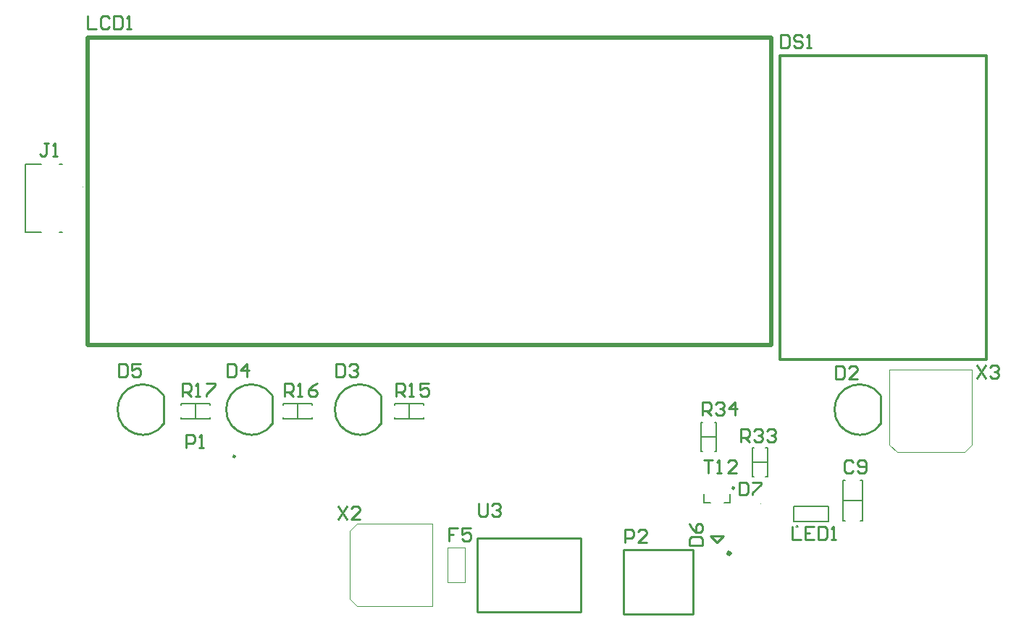
<source format=gbr>
%TF.GenerationSoftware,Altium Limited,Altium Designer,18.1.9 (240)*%
G04 Layer_Color=65535*
%FSLAX26Y26*%
%MOIN*%
%TF.FileFunction,Legend,Top*%
%TF.Part,Single*%
G01*
G75*
%TA.AperFunction,NonConductor*%
%ADD28C,0.003937*%
%ADD53C,0.009842*%
%ADD55C,0.007874*%
%ADD56C,0.010000*%
%ADD57C,0.005906*%
%ADD87C,0.019685*%
%ADD88C,0.011811*%
G36*
X3564876Y65632D02*
X3564820Y65576D01*
X3564765Y65465D01*
X3564598Y65299D01*
X3564376Y65021D01*
X3563877Y64355D01*
X3563211Y63578D01*
X3562489Y62746D01*
X3561768Y61969D01*
X3561102Y61247D01*
X3560824Y60914D01*
X3560547Y60692D01*
X3560602D01*
X3560713Y60637D01*
X3560880D01*
X3561102Y60581D01*
X3561435Y60526D01*
X3561768Y60415D01*
X3562600Y60248D01*
X3563599Y60026D01*
X3564654Y59804D01*
X3566929Y59194D01*
X3565764Y55475D01*
X3565708D01*
X3565597Y55531D01*
X3565375Y55642D01*
X3565098Y55697D01*
X3564765Y55864D01*
X3564321Y56030D01*
X3563433Y56363D01*
X3562434Y56752D01*
X3561435Y57196D01*
X3560491Y57640D01*
X3559714Y58028D01*
Y57973D01*
Y57806D01*
X3559770Y57584D01*
Y57251D01*
X3559825Y56863D01*
X3559881Y56419D01*
X3559936Y55420D01*
X3560047Y54365D01*
X3560158Y53255D01*
X3560214Y52312D01*
Y51868D01*
Y51479D01*
X3556440D01*
Y51535D01*
Y51590D01*
Y51757D01*
Y51923D01*
X3556495Y52534D01*
X3556551Y53255D01*
X3556662Y54199D01*
X3556717Y55364D01*
X3556884Y56641D01*
X3557050Y58028D01*
X3556995D01*
X3556939Y57973D01*
X3556773Y57917D01*
X3556551Y57806D01*
X3555996Y57529D01*
X3555274Y57196D01*
X3554386Y56807D01*
X3553332Y56363D01*
X3552166Y55919D01*
X3550890Y55475D01*
X3549669Y59194D01*
X3549724D01*
X3549835Y59249D01*
X3550002Y59305D01*
X3550224Y59360D01*
X3550557Y59471D01*
X3550890Y59582D01*
X3551722Y59804D01*
X3552721Y60026D01*
X3553831Y60304D01*
X3554997Y60526D01*
X3556218Y60692D01*
X3556162Y60748D01*
X3555940Y60970D01*
X3555552Y61303D01*
X3555052Y61802D01*
X3554386Y62524D01*
X3553665Y63356D01*
X3552721Y64411D01*
X3551722Y65632D01*
X3554830Y67796D01*
X3554886Y67685D01*
X3555108Y67408D01*
X3555441Y66964D01*
X3555885Y66353D01*
X3556384Y65521D01*
X3556995Y64577D01*
X3557716Y63467D01*
X3558438Y62246D01*
Y62302D01*
X3558493Y62413D01*
X3558604Y62579D01*
X3558771Y62857D01*
X3559104Y63523D01*
X3559548Y64300D01*
X3560103Y65188D01*
X3560658Y66131D01*
X3561268Y67019D01*
X3561823Y67796D01*
X3564876Y65632D01*
D02*
G37*
D28*
X270654Y1622716D02*
G03*
X270654Y1622716I-1968J0D01*
G01*
X3389764Y162401D02*
G03*
X3389764Y162401I-1968J0D01*
G01*
X3983386Y434961D02*
X4018150Y400197D01*
X4328386D01*
X4363228Y435039D01*
Y780118D01*
X3983307D02*
X4363228D01*
X3983386Y434961D02*
Y780039D01*
X1498622Y36968D02*
X1533386Y71732D01*
X1498622Y-273268D02*
Y36968D01*
Y-273268D02*
X1533465Y-308110D01*
X1878543D01*
Y71811D01*
X1533386Y71732D02*
X1878465D01*
X1998032Y-39370D02*
X2027559D01*
Y-196850D02*
Y-39370D01*
X1948819Y-196850D02*
X2027559D01*
X1948819D02*
Y-39370D01*
X1998032D01*
D53*
X971063Y381890D02*
G03*
X971063Y381890I-4921J0D01*
G01*
X3268701Y236220D02*
G03*
X3268701Y236220I-4921J0D01*
G01*
X3940984Y532362D02*
Y662362D01*
X1640984Y532362D02*
Y662362D01*
X1140984Y532362D02*
Y662362D01*
X640984Y532362D02*
Y662362D01*
D55*
X162401Y1414055D02*
X174213D01*
X4921D02*
Y1729016D01*
Y1414055D02*
X79724D01*
X4921Y1729016D02*
X79724D01*
X162401D02*
X174213D01*
X3542047Y83110D02*
X3703071D01*
X3542047D02*
Y153110D01*
X3703071D01*
Y83110D02*
Y153110D01*
X3129921Y169291D02*
X3157480D01*
X3129921D02*
Y208661D01*
X3220472Y169291D02*
X3248032D01*
Y208661D01*
D56*
X3941122Y663978D02*
G03*
X3941122Y530746I-95138J-66616D01*
G01*
X1641122Y663978D02*
G03*
X1641122Y530746I-95138J-66616D01*
G01*
X1141122Y663978D02*
G03*
X1141122Y530746I-95138J-66616D01*
G01*
X641122Y663978D02*
G03*
X641122Y530746I-95138J-66616D01*
G01*
X3158976Y15000D02*
X3213976D01*
X3158976D02*
X3188976Y-15000D01*
X3218976Y15000D01*
X3213976D02*
X3218976D01*
X2759449Y-49606D02*
X3078740D01*
X2759449Y-344094D02*
X3078740D01*
Y-49606D01*
X2759449Y-344094D02*
Y-49606D01*
X2120276Y3937D02*
X2182874D01*
X2268504D01*
X2086614D02*
X2120276D01*
X2377165D02*
X2562992D01*
X2086614Y-336221D02*
Y3937D01*
X2268504D02*
X2377165D01*
X2562992Y-336221D02*
Y3937D01*
X2086614Y-336221D02*
X2562992D01*
X2764146Y-14350D02*
Y45630D01*
X2794136D01*
X2804133Y35633D01*
Y15640D01*
X2794136Y5643D01*
X2764146D01*
X2864113Y-14350D02*
X2824126D01*
X2864113Y25637D01*
Y35633D01*
X2854117Y45630D01*
X2834123D01*
X2824126Y35633D01*
X4385827Y800138D02*
X4425814Y740158D01*
Y800138D02*
X4385827Y740158D01*
X4445807Y790141D02*
X4455804Y800138D01*
X4475798D01*
X4485794Y790141D01*
Y780145D01*
X4475798Y770148D01*
X4465801D01*
X4475798D01*
X4485794Y760151D01*
Y750154D01*
X4475798Y740158D01*
X4455804D01*
X4445807Y750154D01*
X1444882Y150532D02*
X1484869Y90551D01*
Y150532D02*
X1444882Y90551D01*
X1544850D02*
X1504862D01*
X1544850Y130538D01*
Y140535D01*
X1534853Y150532D01*
X1514859D01*
X1504862Y140535D01*
X2091181Y164744D02*
Y114760D01*
X2101178Y104764D01*
X2121171D01*
X2131168Y114760D01*
Y164744D01*
X2151162Y154748D02*
X2161159Y164744D01*
X2181152D01*
X2191149Y154748D01*
Y144751D01*
X2181152Y134754D01*
X2171155D01*
X2181152D01*
X2191149Y124757D01*
Y114760D01*
X2181152Y104764D01*
X2161159D01*
X2151162Y114760D01*
X3129339Y363910D02*
X3169326D01*
X3149333D01*
Y303929D01*
X3189320D02*
X3209313D01*
X3199316D01*
Y363910D01*
X3189320Y353913D01*
X3279291Y303929D02*
X3239303D01*
X3279291Y343916D01*
Y353913D01*
X3269294Y363910D01*
X3249300D01*
X3239303Y353913D01*
X3121106Y571941D02*
Y631922D01*
X3151097D01*
X3161093Y621925D01*
Y601931D01*
X3151097Y591934D01*
X3121106D01*
X3141100D02*
X3161093Y571941D01*
X3181087Y621925D02*
X3191084Y631922D01*
X3211077D01*
X3221074Y621925D01*
Y611928D01*
X3211077Y601931D01*
X3201080D01*
X3211077D01*
X3221074Y591934D01*
Y581938D01*
X3211077Y571941D01*
X3191084D01*
X3181087Y581938D01*
X3271058Y571941D02*
Y631922D01*
X3241068Y601931D01*
X3281055D01*
X3297835Y449016D02*
Y508996D01*
X3327825D01*
X3337822Y499000D01*
Y479006D01*
X3327825Y469009D01*
X3297835D01*
X3317828D02*
X3337822Y449016D01*
X3357815Y499000D02*
X3367812Y508996D01*
X3387806D01*
X3397802Y499000D01*
Y489003D01*
X3387806Y479006D01*
X3377809D01*
X3387806D01*
X3397802Y469009D01*
Y459013D01*
X3387806Y449016D01*
X3367812D01*
X3357815Y459013D01*
X3417796Y499000D02*
X3427793Y508996D01*
X3447786D01*
X3457783Y499000D01*
Y489003D01*
X3447786Y479006D01*
X3437789D01*
X3447786D01*
X3457783Y469009D01*
Y459013D01*
X3447786Y449016D01*
X3427793D01*
X3417796Y459013D01*
X727496Y659039D02*
Y719020D01*
X757487D01*
X767484Y709023D01*
Y689030D01*
X757487Y679033D01*
X727496D01*
X747490D02*
X767484Y659039D01*
X787477D02*
X807471D01*
X797474D01*
Y719020D01*
X787477Y709023D01*
X837461Y719020D02*
X877448D01*
Y709023D01*
X837461Y669036D01*
Y659039D01*
X1200342Y659051D02*
Y719032D01*
X1230333D01*
X1240330Y709035D01*
Y689042D01*
X1230333Y679045D01*
X1200342D01*
X1220336D02*
X1240330Y659051D01*
X1260323D02*
X1280317D01*
X1270320D01*
Y719032D01*
X1260323Y709035D01*
X1350294Y719032D02*
X1330300Y709035D01*
X1310307Y689042D01*
Y669048D01*
X1320304Y659051D01*
X1340297D01*
X1350294Y669048D01*
Y679045D01*
X1340297Y689042D01*
X1310307D01*
X1712153Y659051D02*
Y719032D01*
X1742144D01*
X1752141Y709035D01*
Y689042D01*
X1742144Y679045D01*
X1712153D01*
X1732147D02*
X1752141Y659051D01*
X1772134D02*
X1792128D01*
X1782131D01*
Y719032D01*
X1772134Y709035D01*
X1862105Y719032D02*
X1822118D01*
Y689042D01*
X1842111Y699038D01*
X1852108D01*
X1862105Y689042D01*
Y669048D01*
X1852108Y659051D01*
X1832115D01*
X1822118Y669048D01*
X746567Y421606D02*
Y481587D01*
X776557D01*
X786554Y471590D01*
Y451596D01*
X776557Y441600D01*
X746567D01*
X806548Y421606D02*
X826541D01*
X816544D01*
Y481587D01*
X806548Y471590D01*
X3534449Y59980D02*
Y-0D01*
X3574436D01*
X3634417Y59980D02*
X3594430D01*
Y-0D01*
X3634417D01*
X3594430Y29990D02*
X3614423D01*
X3654410Y59980D02*
Y-0D01*
X3684400D01*
X3694397Y9997D01*
Y49984D01*
X3684400Y59980D01*
X3654410D01*
X3714391Y-0D02*
X3734384D01*
X3724387D01*
Y59980D01*
X3714391Y49984D01*
X291000Y2411485D02*
Y2351504D01*
X330987D01*
X390968Y2401488D02*
X380971Y2411485D01*
X360977D01*
X350981Y2401488D01*
Y2361501D01*
X360977Y2351504D01*
X380971D01*
X390968Y2361501D01*
X410961Y2411485D02*
Y2351504D01*
X440952D01*
X450948Y2361501D01*
Y2401488D01*
X440952Y2411485D01*
X410961D01*
X470942Y2351504D02*
X490935D01*
X480939D01*
Y2411485D01*
X470942Y2401488D01*
X113570Y1825689D02*
X93576D01*
X103573D01*
Y1775706D01*
X93576Y1765709D01*
X83579D01*
X73583Y1775706D01*
X133563Y1765709D02*
X153557D01*
X143560D01*
Y1825689D01*
X133563Y1815693D01*
X1996483Y52296D02*
X1956496D01*
Y22305D01*
X1976490D01*
X1956496D01*
Y-7685D01*
X2056464Y52296D02*
X2016477D01*
Y22305D01*
X2036470Y32302D01*
X2046467D01*
X2056464Y22305D01*
Y2312D01*
X2046467Y-7685D01*
X2026474D01*
X2016477Y2312D01*
X3481000Y2325485D02*
Y2265504D01*
X3510990D01*
X3520987Y2275501D01*
Y2315488D01*
X3510990Y2325485D01*
X3481000D01*
X3580968Y2315488D02*
X3570971Y2325485D01*
X3550977D01*
X3540981Y2315488D01*
Y2305491D01*
X3550977Y2295494D01*
X3570971D01*
X3580968Y2285497D01*
Y2275501D01*
X3570971Y2265504D01*
X3550977D01*
X3540981Y2275501D01*
X3600961Y2265504D02*
X3620955D01*
X3610958D01*
Y2325485D01*
X3600961Y2315488D01*
X3292780Y263398D02*
Y203417D01*
X3322770D01*
X3332767Y213414D01*
Y253401D01*
X3322770Y263398D01*
X3292780D01*
X3352760D02*
X3392747D01*
Y253401D01*
X3352760Y213414D01*
Y203417D01*
X3062067Y-27559D02*
X3122047D01*
Y2431D01*
X3112050Y12428D01*
X3072063D01*
X3062067Y2431D01*
Y-27559D01*
Y72409D02*
X3072063Y52415D01*
X3092057Y32422D01*
X3112050D01*
X3122047Y42418D01*
Y62412D01*
X3112050Y72409D01*
X3102054D01*
X3092057Y62412D01*
Y32422D01*
X435000Y808485D02*
Y748504D01*
X464990D01*
X474987Y758501D01*
Y798488D01*
X464990Y808485D01*
X435000D01*
X534968D02*
X494981D01*
Y778494D01*
X514974Y788491D01*
X524971D01*
X534968Y778494D01*
Y758501D01*
X524971Y748504D01*
X504977D01*
X494981Y758501D01*
X935000Y808485D02*
Y748504D01*
X964990D01*
X974987Y758501D01*
Y798488D01*
X964990Y808485D01*
X935000D01*
X1024971Y748504D02*
Y808485D01*
X994981Y778494D01*
X1034968D01*
X1435000Y808485D02*
Y748504D01*
X1464990D01*
X1474987Y758501D01*
Y798488D01*
X1464990Y808485D01*
X1435000D01*
X1494981Y798488D02*
X1504977Y808485D01*
X1524971D01*
X1534968Y798488D01*
Y788491D01*
X1524971Y778494D01*
X1514974D01*
X1524971D01*
X1534968Y768497D01*
Y758501D01*
X1524971Y748504D01*
X1504977D01*
X1494981Y758501D01*
X3735324Y798066D02*
Y738085D01*
X3765315D01*
X3775311Y748082D01*
Y788069D01*
X3765315Y798066D01*
X3735324D01*
X3835292Y738085D02*
X3795305D01*
X3835292Y778072D01*
Y788069D01*
X3825295Y798066D01*
X3805302D01*
X3795305Y788069D01*
X3816389Y354456D02*
X3806392Y364453D01*
X3786398D01*
X3776402Y354456D01*
Y314469D01*
X3786398Y304472D01*
X3806392D01*
X3816389Y314469D01*
X3836382D02*
X3846379Y304472D01*
X3866372D01*
X3876369Y314469D01*
Y354456D01*
X3866372Y364453D01*
X3846379D01*
X3836382Y354456D01*
Y344459D01*
X3846379Y334463D01*
X3876369D01*
D57*
X3848425Y84646D02*
X3858268D01*
Y271654D01*
X3848425D02*
X3858268D01*
X3769685D02*
X3779528D01*
X3769685Y84646D02*
Y271654D01*
Y84646D02*
X3779528D01*
X3769685Y178150D02*
X3858268D01*
X3413386Y421260D02*
X3421260D01*
Y287402D02*
Y421260D01*
X3413386Y287402D02*
X3421260D01*
X3350394Y421260D02*
X3358268D01*
X3350394Y287402D02*
Y421260D01*
Y287402D02*
X3358268D01*
X3350394Y354331D02*
X3421260D01*
X720472Y618110D02*
Y625984D01*
X854331D01*
Y618110D02*
Y625984D01*
X720472Y555118D02*
Y562992D01*
Y555118D02*
X854331D01*
Y562992D01*
X787402Y555118D02*
Y625984D01*
X3114173Y472441D02*
X3185039D01*
X3177165Y539370D02*
X3185039D01*
Y405512D02*
Y539370D01*
X3177165Y405512D02*
X3185039D01*
X3114173Y539370D02*
X3122047D01*
X3114173Y405512D02*
Y539370D01*
Y405512D02*
X3122047D01*
X1771653Y555118D02*
Y625984D01*
X1838583Y555118D02*
Y562992D01*
X1704724Y555118D02*
X1838583D01*
X1704724D02*
Y562992D01*
X1838583Y618110D02*
Y625984D01*
X1704724D02*
X1838583D01*
X1704724Y618110D02*
Y625984D01*
X1259842Y555118D02*
Y625984D01*
X1326772Y555118D02*
Y562992D01*
X1192913Y555118D02*
X1326772D01*
X1192913D02*
Y562992D01*
X1326772Y618110D02*
Y625984D01*
X1192913D02*
X1326772D01*
X1192913Y618110D02*
Y625984D01*
D87*
X3247913Y-65000D02*
G03*
X3247913Y-65000I-3937J0D01*
G01*
X290748Y894488D02*
Y2311811D01*
Y894488D02*
X3440354D01*
Y2311811D01*
X290748D02*
X3440354D01*
D88*
X3477283Y2229921D02*
X4430039D01*
X4430039Y828346D01*
X3477284D02*
X4430039D01*
X3477283Y2229921D02*
X3477284Y828346D01*
%TF.MD5,479b4448d7fc205bc71a91a67766c952*%
M02*

</source>
